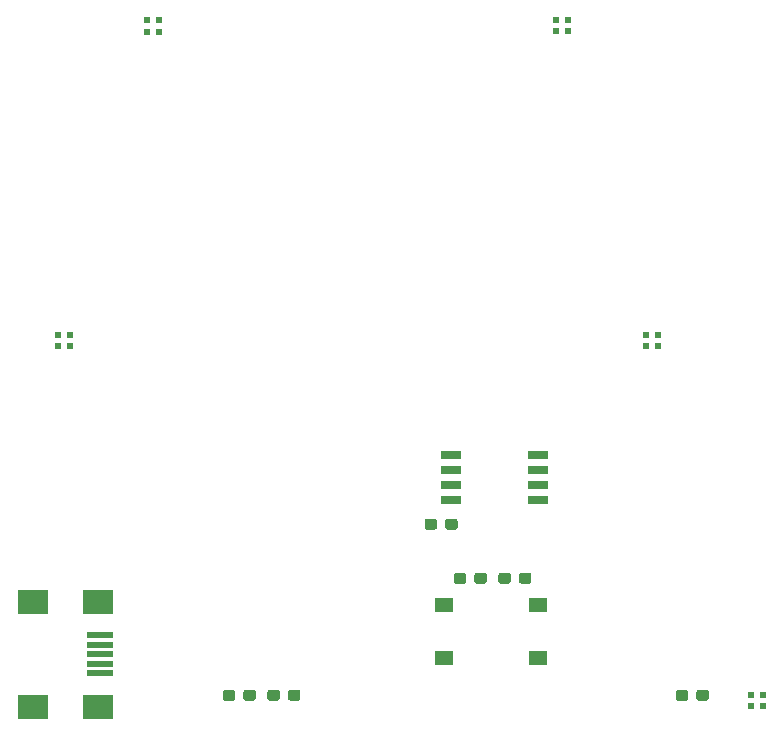
<source format=gbr>
G04 #@! TF.GenerationSoftware,KiCad,Pcbnew,(5.0.2)-1*
G04 #@! TF.CreationDate,2020-06-10T19:39:16-05:00*
G04 #@! TF.ProjectId,Base_Hardware,42617365-5f48-4617-9264-776172652e6b,rev?*
G04 #@! TF.SameCoordinates,Original*
G04 #@! TF.FileFunction,Paste,Top*
G04 #@! TF.FilePolarity,Positive*
%FSLAX46Y46*%
G04 Gerber Fmt 4.6, Leading zero omitted, Abs format (unit mm)*
G04 Created by KiCad (PCBNEW (5.0.2)-1) date 6/10/2020 7:39:16 PM*
%MOMM*%
%LPD*%
G01*
G04 APERTURE LIST*
%ADD10C,0.100000*%
%ADD11C,0.950000*%
%ADD12R,2.300000X0.500000*%
%ADD13R,2.500000X2.000000*%
%ADD14R,1.550000X1.300000*%
%ADD15R,1.700000X0.650000*%
%ADD16R,0.550000X0.550000*%
G04 APERTURE END LIST*
D10*
G04 #@! TO.C,C1*
G36*
X150490779Y-109508144D02*
X150513834Y-109511563D01*
X150536443Y-109517227D01*
X150558387Y-109525079D01*
X150579457Y-109535044D01*
X150599448Y-109547026D01*
X150618168Y-109560910D01*
X150635438Y-109576562D01*
X150651090Y-109593832D01*
X150664974Y-109612552D01*
X150676956Y-109632543D01*
X150686921Y-109653613D01*
X150694773Y-109675557D01*
X150700437Y-109698166D01*
X150703856Y-109721221D01*
X150705000Y-109744500D01*
X150705000Y-110219500D01*
X150703856Y-110242779D01*
X150700437Y-110265834D01*
X150694773Y-110288443D01*
X150686921Y-110310387D01*
X150676956Y-110331457D01*
X150664974Y-110351448D01*
X150651090Y-110370168D01*
X150635438Y-110387438D01*
X150618168Y-110403090D01*
X150599448Y-110416974D01*
X150579457Y-110428956D01*
X150558387Y-110438921D01*
X150536443Y-110446773D01*
X150513834Y-110452437D01*
X150490779Y-110455856D01*
X150467500Y-110457000D01*
X149892500Y-110457000D01*
X149869221Y-110455856D01*
X149846166Y-110452437D01*
X149823557Y-110446773D01*
X149801613Y-110438921D01*
X149780543Y-110428956D01*
X149760552Y-110416974D01*
X149741832Y-110403090D01*
X149724562Y-110387438D01*
X149708910Y-110370168D01*
X149695026Y-110351448D01*
X149683044Y-110331457D01*
X149673079Y-110310387D01*
X149665227Y-110288443D01*
X149659563Y-110265834D01*
X149656144Y-110242779D01*
X149655000Y-110219500D01*
X149655000Y-109744500D01*
X149656144Y-109721221D01*
X149659563Y-109698166D01*
X149665227Y-109675557D01*
X149673079Y-109653613D01*
X149683044Y-109632543D01*
X149695026Y-109612552D01*
X149708910Y-109593832D01*
X149724562Y-109576562D01*
X149741832Y-109560910D01*
X149760552Y-109547026D01*
X149780543Y-109535044D01*
X149801613Y-109525079D01*
X149823557Y-109517227D01*
X149846166Y-109511563D01*
X149869221Y-109508144D01*
X149892500Y-109507000D01*
X150467500Y-109507000D01*
X150490779Y-109508144D01*
X150490779Y-109508144D01*
G37*
D11*
X150180000Y-109982000D03*
D10*
G36*
X148740779Y-109508144D02*
X148763834Y-109511563D01*
X148786443Y-109517227D01*
X148808387Y-109525079D01*
X148829457Y-109535044D01*
X148849448Y-109547026D01*
X148868168Y-109560910D01*
X148885438Y-109576562D01*
X148901090Y-109593832D01*
X148914974Y-109612552D01*
X148926956Y-109632543D01*
X148936921Y-109653613D01*
X148944773Y-109675557D01*
X148950437Y-109698166D01*
X148953856Y-109721221D01*
X148955000Y-109744500D01*
X148955000Y-110219500D01*
X148953856Y-110242779D01*
X148950437Y-110265834D01*
X148944773Y-110288443D01*
X148936921Y-110310387D01*
X148926956Y-110331457D01*
X148914974Y-110351448D01*
X148901090Y-110370168D01*
X148885438Y-110387438D01*
X148868168Y-110403090D01*
X148849448Y-110416974D01*
X148829457Y-110428956D01*
X148808387Y-110438921D01*
X148786443Y-110446773D01*
X148763834Y-110452437D01*
X148740779Y-110455856D01*
X148717500Y-110457000D01*
X148142500Y-110457000D01*
X148119221Y-110455856D01*
X148096166Y-110452437D01*
X148073557Y-110446773D01*
X148051613Y-110438921D01*
X148030543Y-110428956D01*
X148010552Y-110416974D01*
X147991832Y-110403090D01*
X147974562Y-110387438D01*
X147958910Y-110370168D01*
X147945026Y-110351448D01*
X147933044Y-110331457D01*
X147923079Y-110310387D01*
X147915227Y-110288443D01*
X147909563Y-110265834D01*
X147906144Y-110242779D01*
X147905000Y-110219500D01*
X147905000Y-109744500D01*
X147906144Y-109721221D01*
X147909563Y-109698166D01*
X147915227Y-109675557D01*
X147923079Y-109653613D01*
X147933044Y-109632543D01*
X147945026Y-109612552D01*
X147958910Y-109593832D01*
X147974562Y-109576562D01*
X147991832Y-109560910D01*
X148010552Y-109547026D01*
X148030543Y-109535044D01*
X148051613Y-109525079D01*
X148073557Y-109517227D01*
X148096166Y-109511563D01*
X148119221Y-109508144D01*
X148142500Y-109507000D01*
X148717500Y-109507000D01*
X148740779Y-109508144D01*
X148740779Y-109508144D01*
G37*
D11*
X148430000Y-109982000D03*
G04 #@! TD*
D10*
G04 #@! TO.C,D3*
G36*
X131656779Y-123986144D02*
X131679834Y-123989563D01*
X131702443Y-123995227D01*
X131724387Y-124003079D01*
X131745457Y-124013044D01*
X131765448Y-124025026D01*
X131784168Y-124038910D01*
X131801438Y-124054562D01*
X131817090Y-124071832D01*
X131830974Y-124090552D01*
X131842956Y-124110543D01*
X131852921Y-124131613D01*
X131860773Y-124153557D01*
X131866437Y-124176166D01*
X131869856Y-124199221D01*
X131871000Y-124222500D01*
X131871000Y-124697500D01*
X131869856Y-124720779D01*
X131866437Y-124743834D01*
X131860773Y-124766443D01*
X131852921Y-124788387D01*
X131842956Y-124809457D01*
X131830974Y-124829448D01*
X131817090Y-124848168D01*
X131801438Y-124865438D01*
X131784168Y-124881090D01*
X131765448Y-124894974D01*
X131745457Y-124906956D01*
X131724387Y-124916921D01*
X131702443Y-124924773D01*
X131679834Y-124930437D01*
X131656779Y-124933856D01*
X131633500Y-124935000D01*
X131058500Y-124935000D01*
X131035221Y-124933856D01*
X131012166Y-124930437D01*
X130989557Y-124924773D01*
X130967613Y-124916921D01*
X130946543Y-124906956D01*
X130926552Y-124894974D01*
X130907832Y-124881090D01*
X130890562Y-124865438D01*
X130874910Y-124848168D01*
X130861026Y-124829448D01*
X130849044Y-124809457D01*
X130839079Y-124788387D01*
X130831227Y-124766443D01*
X130825563Y-124743834D01*
X130822144Y-124720779D01*
X130821000Y-124697500D01*
X130821000Y-124222500D01*
X130822144Y-124199221D01*
X130825563Y-124176166D01*
X130831227Y-124153557D01*
X130839079Y-124131613D01*
X130849044Y-124110543D01*
X130861026Y-124090552D01*
X130874910Y-124071832D01*
X130890562Y-124054562D01*
X130907832Y-124038910D01*
X130926552Y-124025026D01*
X130946543Y-124013044D01*
X130967613Y-124003079D01*
X130989557Y-123995227D01*
X131012166Y-123989563D01*
X131035221Y-123986144D01*
X131058500Y-123985000D01*
X131633500Y-123985000D01*
X131656779Y-123986144D01*
X131656779Y-123986144D01*
G37*
D11*
X131346000Y-124460000D03*
D10*
G36*
X133406779Y-123986144D02*
X133429834Y-123989563D01*
X133452443Y-123995227D01*
X133474387Y-124003079D01*
X133495457Y-124013044D01*
X133515448Y-124025026D01*
X133534168Y-124038910D01*
X133551438Y-124054562D01*
X133567090Y-124071832D01*
X133580974Y-124090552D01*
X133592956Y-124110543D01*
X133602921Y-124131613D01*
X133610773Y-124153557D01*
X133616437Y-124176166D01*
X133619856Y-124199221D01*
X133621000Y-124222500D01*
X133621000Y-124697500D01*
X133619856Y-124720779D01*
X133616437Y-124743834D01*
X133610773Y-124766443D01*
X133602921Y-124788387D01*
X133592956Y-124809457D01*
X133580974Y-124829448D01*
X133567090Y-124848168D01*
X133551438Y-124865438D01*
X133534168Y-124881090D01*
X133515448Y-124894974D01*
X133495457Y-124906956D01*
X133474387Y-124916921D01*
X133452443Y-124924773D01*
X133429834Y-124930437D01*
X133406779Y-124933856D01*
X133383500Y-124935000D01*
X132808500Y-124935000D01*
X132785221Y-124933856D01*
X132762166Y-124930437D01*
X132739557Y-124924773D01*
X132717613Y-124916921D01*
X132696543Y-124906956D01*
X132676552Y-124894974D01*
X132657832Y-124881090D01*
X132640562Y-124865438D01*
X132624910Y-124848168D01*
X132611026Y-124829448D01*
X132599044Y-124809457D01*
X132589079Y-124788387D01*
X132581227Y-124766443D01*
X132575563Y-124743834D01*
X132572144Y-124720779D01*
X132571000Y-124697500D01*
X132571000Y-124222500D01*
X132572144Y-124199221D01*
X132575563Y-124176166D01*
X132581227Y-124153557D01*
X132589079Y-124131613D01*
X132599044Y-124110543D01*
X132611026Y-124090552D01*
X132624910Y-124071832D01*
X132640562Y-124054562D01*
X132657832Y-124038910D01*
X132676552Y-124025026D01*
X132696543Y-124013044D01*
X132717613Y-124003079D01*
X132739557Y-123995227D01*
X132762166Y-123989563D01*
X132785221Y-123986144D01*
X132808500Y-123985000D01*
X133383500Y-123985000D01*
X133406779Y-123986144D01*
X133406779Y-123986144D01*
G37*
D11*
X133096000Y-124460000D03*
G04 #@! TD*
D10*
G04 #@! TO.C,D6*
G36*
X154996779Y-114080144D02*
X155019834Y-114083563D01*
X155042443Y-114089227D01*
X155064387Y-114097079D01*
X155085457Y-114107044D01*
X155105448Y-114119026D01*
X155124168Y-114132910D01*
X155141438Y-114148562D01*
X155157090Y-114165832D01*
X155170974Y-114184552D01*
X155182956Y-114204543D01*
X155192921Y-114225613D01*
X155200773Y-114247557D01*
X155206437Y-114270166D01*
X155209856Y-114293221D01*
X155211000Y-114316500D01*
X155211000Y-114791500D01*
X155209856Y-114814779D01*
X155206437Y-114837834D01*
X155200773Y-114860443D01*
X155192921Y-114882387D01*
X155182956Y-114903457D01*
X155170974Y-114923448D01*
X155157090Y-114942168D01*
X155141438Y-114959438D01*
X155124168Y-114975090D01*
X155105448Y-114988974D01*
X155085457Y-115000956D01*
X155064387Y-115010921D01*
X155042443Y-115018773D01*
X155019834Y-115024437D01*
X154996779Y-115027856D01*
X154973500Y-115029000D01*
X154398500Y-115029000D01*
X154375221Y-115027856D01*
X154352166Y-115024437D01*
X154329557Y-115018773D01*
X154307613Y-115010921D01*
X154286543Y-115000956D01*
X154266552Y-114988974D01*
X154247832Y-114975090D01*
X154230562Y-114959438D01*
X154214910Y-114942168D01*
X154201026Y-114923448D01*
X154189044Y-114903457D01*
X154179079Y-114882387D01*
X154171227Y-114860443D01*
X154165563Y-114837834D01*
X154162144Y-114814779D01*
X154161000Y-114791500D01*
X154161000Y-114316500D01*
X154162144Y-114293221D01*
X154165563Y-114270166D01*
X154171227Y-114247557D01*
X154179079Y-114225613D01*
X154189044Y-114204543D01*
X154201026Y-114184552D01*
X154214910Y-114165832D01*
X154230562Y-114148562D01*
X154247832Y-114132910D01*
X154266552Y-114119026D01*
X154286543Y-114107044D01*
X154307613Y-114097079D01*
X154329557Y-114089227D01*
X154352166Y-114083563D01*
X154375221Y-114080144D01*
X154398500Y-114079000D01*
X154973500Y-114079000D01*
X154996779Y-114080144D01*
X154996779Y-114080144D01*
G37*
D11*
X154686000Y-114554000D03*
D10*
G36*
X156746779Y-114080144D02*
X156769834Y-114083563D01*
X156792443Y-114089227D01*
X156814387Y-114097079D01*
X156835457Y-114107044D01*
X156855448Y-114119026D01*
X156874168Y-114132910D01*
X156891438Y-114148562D01*
X156907090Y-114165832D01*
X156920974Y-114184552D01*
X156932956Y-114204543D01*
X156942921Y-114225613D01*
X156950773Y-114247557D01*
X156956437Y-114270166D01*
X156959856Y-114293221D01*
X156961000Y-114316500D01*
X156961000Y-114791500D01*
X156959856Y-114814779D01*
X156956437Y-114837834D01*
X156950773Y-114860443D01*
X156942921Y-114882387D01*
X156932956Y-114903457D01*
X156920974Y-114923448D01*
X156907090Y-114942168D01*
X156891438Y-114959438D01*
X156874168Y-114975090D01*
X156855448Y-114988974D01*
X156835457Y-115000956D01*
X156814387Y-115010921D01*
X156792443Y-115018773D01*
X156769834Y-115024437D01*
X156746779Y-115027856D01*
X156723500Y-115029000D01*
X156148500Y-115029000D01*
X156125221Y-115027856D01*
X156102166Y-115024437D01*
X156079557Y-115018773D01*
X156057613Y-115010921D01*
X156036543Y-115000956D01*
X156016552Y-114988974D01*
X155997832Y-114975090D01*
X155980562Y-114959438D01*
X155964910Y-114942168D01*
X155951026Y-114923448D01*
X155939044Y-114903457D01*
X155929079Y-114882387D01*
X155921227Y-114860443D01*
X155915563Y-114837834D01*
X155912144Y-114814779D01*
X155911000Y-114791500D01*
X155911000Y-114316500D01*
X155912144Y-114293221D01*
X155915563Y-114270166D01*
X155921227Y-114247557D01*
X155929079Y-114225613D01*
X155939044Y-114204543D01*
X155951026Y-114184552D01*
X155964910Y-114165832D01*
X155980562Y-114148562D01*
X155997832Y-114132910D01*
X156016552Y-114119026D01*
X156036543Y-114107044D01*
X156057613Y-114097079D01*
X156079557Y-114089227D01*
X156102166Y-114083563D01*
X156125221Y-114080144D01*
X156148500Y-114079000D01*
X156723500Y-114079000D01*
X156746779Y-114080144D01*
X156746779Y-114080144D01*
G37*
D11*
X156436000Y-114554000D03*
G04 #@! TD*
D12*
G04 #@! TO.C,J1*
X120396000Y-119380000D03*
D13*
X120296000Y-116530000D03*
D12*
X120396000Y-120180000D03*
X120396000Y-120980000D03*
X120396000Y-121780000D03*
X120396000Y-122580000D03*
D13*
X114796000Y-116530000D03*
X120296000Y-125430000D03*
X114796000Y-125430000D03*
G04 #@! TD*
D10*
G04 #@! TO.C,R1*
G36*
X171760779Y-123986144D02*
X171783834Y-123989563D01*
X171806443Y-123995227D01*
X171828387Y-124003079D01*
X171849457Y-124013044D01*
X171869448Y-124025026D01*
X171888168Y-124038910D01*
X171905438Y-124054562D01*
X171921090Y-124071832D01*
X171934974Y-124090552D01*
X171946956Y-124110543D01*
X171956921Y-124131613D01*
X171964773Y-124153557D01*
X171970437Y-124176166D01*
X171973856Y-124199221D01*
X171975000Y-124222500D01*
X171975000Y-124697500D01*
X171973856Y-124720779D01*
X171970437Y-124743834D01*
X171964773Y-124766443D01*
X171956921Y-124788387D01*
X171946956Y-124809457D01*
X171934974Y-124829448D01*
X171921090Y-124848168D01*
X171905438Y-124865438D01*
X171888168Y-124881090D01*
X171869448Y-124894974D01*
X171849457Y-124906956D01*
X171828387Y-124916921D01*
X171806443Y-124924773D01*
X171783834Y-124930437D01*
X171760779Y-124933856D01*
X171737500Y-124935000D01*
X171162500Y-124935000D01*
X171139221Y-124933856D01*
X171116166Y-124930437D01*
X171093557Y-124924773D01*
X171071613Y-124916921D01*
X171050543Y-124906956D01*
X171030552Y-124894974D01*
X171011832Y-124881090D01*
X170994562Y-124865438D01*
X170978910Y-124848168D01*
X170965026Y-124829448D01*
X170953044Y-124809457D01*
X170943079Y-124788387D01*
X170935227Y-124766443D01*
X170929563Y-124743834D01*
X170926144Y-124720779D01*
X170925000Y-124697500D01*
X170925000Y-124222500D01*
X170926144Y-124199221D01*
X170929563Y-124176166D01*
X170935227Y-124153557D01*
X170943079Y-124131613D01*
X170953044Y-124110543D01*
X170965026Y-124090552D01*
X170978910Y-124071832D01*
X170994562Y-124054562D01*
X171011832Y-124038910D01*
X171030552Y-124025026D01*
X171050543Y-124013044D01*
X171071613Y-124003079D01*
X171093557Y-123995227D01*
X171116166Y-123989563D01*
X171139221Y-123986144D01*
X171162500Y-123985000D01*
X171737500Y-123985000D01*
X171760779Y-123986144D01*
X171760779Y-123986144D01*
G37*
D11*
X171450000Y-124460000D03*
D10*
G36*
X170010779Y-123986144D02*
X170033834Y-123989563D01*
X170056443Y-123995227D01*
X170078387Y-124003079D01*
X170099457Y-124013044D01*
X170119448Y-124025026D01*
X170138168Y-124038910D01*
X170155438Y-124054562D01*
X170171090Y-124071832D01*
X170184974Y-124090552D01*
X170196956Y-124110543D01*
X170206921Y-124131613D01*
X170214773Y-124153557D01*
X170220437Y-124176166D01*
X170223856Y-124199221D01*
X170225000Y-124222500D01*
X170225000Y-124697500D01*
X170223856Y-124720779D01*
X170220437Y-124743834D01*
X170214773Y-124766443D01*
X170206921Y-124788387D01*
X170196956Y-124809457D01*
X170184974Y-124829448D01*
X170171090Y-124848168D01*
X170155438Y-124865438D01*
X170138168Y-124881090D01*
X170119448Y-124894974D01*
X170099457Y-124906956D01*
X170078387Y-124916921D01*
X170056443Y-124924773D01*
X170033834Y-124930437D01*
X170010779Y-124933856D01*
X169987500Y-124935000D01*
X169412500Y-124935000D01*
X169389221Y-124933856D01*
X169366166Y-124930437D01*
X169343557Y-124924773D01*
X169321613Y-124916921D01*
X169300543Y-124906956D01*
X169280552Y-124894974D01*
X169261832Y-124881090D01*
X169244562Y-124865438D01*
X169228910Y-124848168D01*
X169215026Y-124829448D01*
X169203044Y-124809457D01*
X169193079Y-124788387D01*
X169185227Y-124766443D01*
X169179563Y-124743834D01*
X169176144Y-124720779D01*
X169175000Y-124697500D01*
X169175000Y-124222500D01*
X169176144Y-124199221D01*
X169179563Y-124176166D01*
X169185227Y-124153557D01*
X169193079Y-124131613D01*
X169203044Y-124110543D01*
X169215026Y-124090552D01*
X169228910Y-124071832D01*
X169244562Y-124054562D01*
X169261832Y-124038910D01*
X169280552Y-124025026D01*
X169300543Y-124013044D01*
X169321613Y-124003079D01*
X169343557Y-123995227D01*
X169366166Y-123989563D01*
X169389221Y-123986144D01*
X169412500Y-123985000D01*
X169987500Y-123985000D01*
X170010779Y-123986144D01*
X170010779Y-123986144D01*
G37*
D11*
X169700000Y-124460000D03*
G04 #@! TD*
D10*
G04 #@! TO.C,R2*
G36*
X135438779Y-123986144D02*
X135461834Y-123989563D01*
X135484443Y-123995227D01*
X135506387Y-124003079D01*
X135527457Y-124013044D01*
X135547448Y-124025026D01*
X135566168Y-124038910D01*
X135583438Y-124054562D01*
X135599090Y-124071832D01*
X135612974Y-124090552D01*
X135624956Y-124110543D01*
X135634921Y-124131613D01*
X135642773Y-124153557D01*
X135648437Y-124176166D01*
X135651856Y-124199221D01*
X135653000Y-124222500D01*
X135653000Y-124697500D01*
X135651856Y-124720779D01*
X135648437Y-124743834D01*
X135642773Y-124766443D01*
X135634921Y-124788387D01*
X135624956Y-124809457D01*
X135612974Y-124829448D01*
X135599090Y-124848168D01*
X135583438Y-124865438D01*
X135566168Y-124881090D01*
X135547448Y-124894974D01*
X135527457Y-124906956D01*
X135506387Y-124916921D01*
X135484443Y-124924773D01*
X135461834Y-124930437D01*
X135438779Y-124933856D01*
X135415500Y-124935000D01*
X134840500Y-124935000D01*
X134817221Y-124933856D01*
X134794166Y-124930437D01*
X134771557Y-124924773D01*
X134749613Y-124916921D01*
X134728543Y-124906956D01*
X134708552Y-124894974D01*
X134689832Y-124881090D01*
X134672562Y-124865438D01*
X134656910Y-124848168D01*
X134643026Y-124829448D01*
X134631044Y-124809457D01*
X134621079Y-124788387D01*
X134613227Y-124766443D01*
X134607563Y-124743834D01*
X134604144Y-124720779D01*
X134603000Y-124697500D01*
X134603000Y-124222500D01*
X134604144Y-124199221D01*
X134607563Y-124176166D01*
X134613227Y-124153557D01*
X134621079Y-124131613D01*
X134631044Y-124110543D01*
X134643026Y-124090552D01*
X134656910Y-124071832D01*
X134672562Y-124054562D01*
X134689832Y-124038910D01*
X134708552Y-124025026D01*
X134728543Y-124013044D01*
X134749613Y-124003079D01*
X134771557Y-123995227D01*
X134794166Y-123989563D01*
X134817221Y-123986144D01*
X134840500Y-123985000D01*
X135415500Y-123985000D01*
X135438779Y-123986144D01*
X135438779Y-123986144D01*
G37*
D11*
X135128000Y-124460000D03*
D10*
G36*
X137188779Y-123986144D02*
X137211834Y-123989563D01*
X137234443Y-123995227D01*
X137256387Y-124003079D01*
X137277457Y-124013044D01*
X137297448Y-124025026D01*
X137316168Y-124038910D01*
X137333438Y-124054562D01*
X137349090Y-124071832D01*
X137362974Y-124090552D01*
X137374956Y-124110543D01*
X137384921Y-124131613D01*
X137392773Y-124153557D01*
X137398437Y-124176166D01*
X137401856Y-124199221D01*
X137403000Y-124222500D01*
X137403000Y-124697500D01*
X137401856Y-124720779D01*
X137398437Y-124743834D01*
X137392773Y-124766443D01*
X137384921Y-124788387D01*
X137374956Y-124809457D01*
X137362974Y-124829448D01*
X137349090Y-124848168D01*
X137333438Y-124865438D01*
X137316168Y-124881090D01*
X137297448Y-124894974D01*
X137277457Y-124906956D01*
X137256387Y-124916921D01*
X137234443Y-124924773D01*
X137211834Y-124930437D01*
X137188779Y-124933856D01*
X137165500Y-124935000D01*
X136590500Y-124935000D01*
X136567221Y-124933856D01*
X136544166Y-124930437D01*
X136521557Y-124924773D01*
X136499613Y-124916921D01*
X136478543Y-124906956D01*
X136458552Y-124894974D01*
X136439832Y-124881090D01*
X136422562Y-124865438D01*
X136406910Y-124848168D01*
X136393026Y-124829448D01*
X136381044Y-124809457D01*
X136371079Y-124788387D01*
X136363227Y-124766443D01*
X136357563Y-124743834D01*
X136354144Y-124720779D01*
X136353000Y-124697500D01*
X136353000Y-124222500D01*
X136354144Y-124199221D01*
X136357563Y-124176166D01*
X136363227Y-124153557D01*
X136371079Y-124131613D01*
X136381044Y-124110543D01*
X136393026Y-124090552D01*
X136406910Y-124071832D01*
X136422562Y-124054562D01*
X136439832Y-124038910D01*
X136458552Y-124025026D01*
X136478543Y-124013044D01*
X136499613Y-124003079D01*
X136521557Y-123995227D01*
X136544166Y-123989563D01*
X136567221Y-123986144D01*
X136590500Y-123985000D01*
X137165500Y-123985000D01*
X137188779Y-123986144D01*
X137188779Y-123986144D01*
G37*
D11*
X136878000Y-124460000D03*
G04 #@! TD*
D10*
G04 #@! TO.C,R3*
G36*
X151214779Y-114080144D02*
X151237834Y-114083563D01*
X151260443Y-114089227D01*
X151282387Y-114097079D01*
X151303457Y-114107044D01*
X151323448Y-114119026D01*
X151342168Y-114132910D01*
X151359438Y-114148562D01*
X151375090Y-114165832D01*
X151388974Y-114184552D01*
X151400956Y-114204543D01*
X151410921Y-114225613D01*
X151418773Y-114247557D01*
X151424437Y-114270166D01*
X151427856Y-114293221D01*
X151429000Y-114316500D01*
X151429000Y-114791500D01*
X151427856Y-114814779D01*
X151424437Y-114837834D01*
X151418773Y-114860443D01*
X151410921Y-114882387D01*
X151400956Y-114903457D01*
X151388974Y-114923448D01*
X151375090Y-114942168D01*
X151359438Y-114959438D01*
X151342168Y-114975090D01*
X151323448Y-114988974D01*
X151303457Y-115000956D01*
X151282387Y-115010921D01*
X151260443Y-115018773D01*
X151237834Y-115024437D01*
X151214779Y-115027856D01*
X151191500Y-115029000D01*
X150616500Y-115029000D01*
X150593221Y-115027856D01*
X150570166Y-115024437D01*
X150547557Y-115018773D01*
X150525613Y-115010921D01*
X150504543Y-115000956D01*
X150484552Y-114988974D01*
X150465832Y-114975090D01*
X150448562Y-114959438D01*
X150432910Y-114942168D01*
X150419026Y-114923448D01*
X150407044Y-114903457D01*
X150397079Y-114882387D01*
X150389227Y-114860443D01*
X150383563Y-114837834D01*
X150380144Y-114814779D01*
X150379000Y-114791500D01*
X150379000Y-114316500D01*
X150380144Y-114293221D01*
X150383563Y-114270166D01*
X150389227Y-114247557D01*
X150397079Y-114225613D01*
X150407044Y-114204543D01*
X150419026Y-114184552D01*
X150432910Y-114165832D01*
X150448562Y-114148562D01*
X150465832Y-114132910D01*
X150484552Y-114119026D01*
X150504543Y-114107044D01*
X150525613Y-114097079D01*
X150547557Y-114089227D01*
X150570166Y-114083563D01*
X150593221Y-114080144D01*
X150616500Y-114079000D01*
X151191500Y-114079000D01*
X151214779Y-114080144D01*
X151214779Y-114080144D01*
G37*
D11*
X150904000Y-114554000D03*
D10*
G36*
X152964779Y-114080144D02*
X152987834Y-114083563D01*
X153010443Y-114089227D01*
X153032387Y-114097079D01*
X153053457Y-114107044D01*
X153073448Y-114119026D01*
X153092168Y-114132910D01*
X153109438Y-114148562D01*
X153125090Y-114165832D01*
X153138974Y-114184552D01*
X153150956Y-114204543D01*
X153160921Y-114225613D01*
X153168773Y-114247557D01*
X153174437Y-114270166D01*
X153177856Y-114293221D01*
X153179000Y-114316500D01*
X153179000Y-114791500D01*
X153177856Y-114814779D01*
X153174437Y-114837834D01*
X153168773Y-114860443D01*
X153160921Y-114882387D01*
X153150956Y-114903457D01*
X153138974Y-114923448D01*
X153125090Y-114942168D01*
X153109438Y-114959438D01*
X153092168Y-114975090D01*
X153073448Y-114988974D01*
X153053457Y-115000956D01*
X153032387Y-115010921D01*
X153010443Y-115018773D01*
X152987834Y-115024437D01*
X152964779Y-115027856D01*
X152941500Y-115029000D01*
X152366500Y-115029000D01*
X152343221Y-115027856D01*
X152320166Y-115024437D01*
X152297557Y-115018773D01*
X152275613Y-115010921D01*
X152254543Y-115000956D01*
X152234552Y-114988974D01*
X152215832Y-114975090D01*
X152198562Y-114959438D01*
X152182910Y-114942168D01*
X152169026Y-114923448D01*
X152157044Y-114903457D01*
X152147079Y-114882387D01*
X152139227Y-114860443D01*
X152133563Y-114837834D01*
X152130144Y-114814779D01*
X152129000Y-114791500D01*
X152129000Y-114316500D01*
X152130144Y-114293221D01*
X152133563Y-114270166D01*
X152139227Y-114247557D01*
X152147079Y-114225613D01*
X152157044Y-114204543D01*
X152169026Y-114184552D01*
X152182910Y-114165832D01*
X152198562Y-114148562D01*
X152215832Y-114132910D01*
X152234552Y-114119026D01*
X152254543Y-114107044D01*
X152275613Y-114097079D01*
X152297557Y-114089227D01*
X152320166Y-114083563D01*
X152343221Y-114080144D01*
X152366500Y-114079000D01*
X152941500Y-114079000D01*
X152964779Y-114080144D01*
X152964779Y-114080144D01*
G37*
D11*
X152654000Y-114554000D03*
G04 #@! TD*
D14*
G04 #@! TO.C,SW1*
X149520000Y-121340000D03*
X149520000Y-116840000D03*
X157480000Y-116840000D03*
X157480000Y-121340000D03*
G04 #@! TD*
D15*
G04 #@! TO.C,U1*
X157480000Y-107950000D03*
X157480000Y-106680000D03*
X157480000Y-105410000D03*
X157480000Y-104140000D03*
X150180000Y-104140000D03*
X150180000Y-105410000D03*
X150180000Y-106680000D03*
X150180000Y-107950000D03*
G04 #@! TD*
D16*
G04 #@! TO.C,D1*
X175580000Y-124460000D03*
X176530000Y-124460000D03*
X175580000Y-125410000D03*
X176530000Y-125410000D03*
G04 #@! TD*
G04 #@! TO.C,D4*
X166690000Y-93969800D03*
X167640000Y-93969800D03*
X166690000Y-94919800D03*
X167640000Y-94919800D03*
G04 #@! TD*
G04 #@! TO.C,D7*
X159070000Y-67310000D03*
X160020000Y-67310000D03*
X159070000Y-68260000D03*
X160020000Y-68260000D03*
G04 #@! TD*
G04 #@! TO.C,D9*
X124449800Y-68270200D03*
X124449800Y-67320200D03*
X125399800Y-68270200D03*
X125399800Y-67320200D03*
G04 #@! TD*
G04 #@! TO.C,D11*
X116906000Y-94930000D03*
X116906000Y-93980000D03*
X117856000Y-94930000D03*
X117856000Y-93980000D03*
G04 #@! TD*
M02*

</source>
